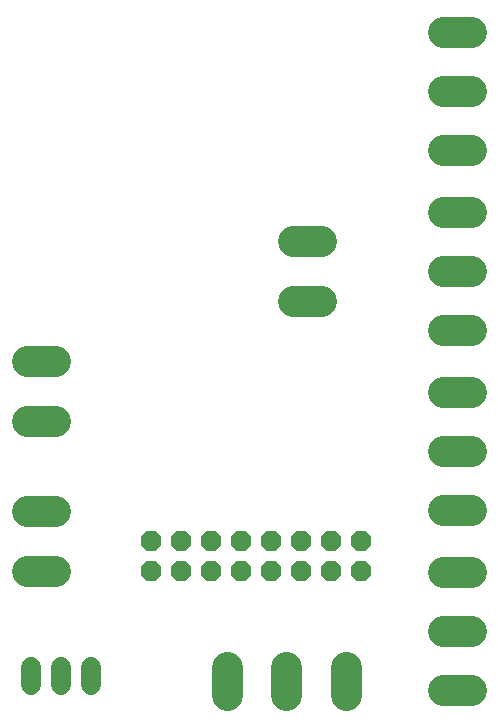
<source format=gts>
G75*
%MOIN*%
%OFA0B0*%
%FSLAX25Y25*%
%IPPOS*%
%LPD*%
%AMOC8*
5,1,8,0,0,1.08239X$1,22.5*
%
%ADD10C,0.10170*%
%ADD11OC8,0.06800*%
%ADD12C,0.06800*%
D10*
X0017213Y0058827D02*
X0026583Y0058827D01*
X0026583Y0078512D02*
X0017213Y0078512D01*
X0017213Y0108827D02*
X0026583Y0108827D01*
X0026583Y0128512D02*
X0017213Y0128512D01*
X0083984Y0026583D02*
X0083984Y0017213D01*
X0103669Y0017213D02*
X0103669Y0026583D01*
X0123354Y0026583D02*
X0123354Y0017213D01*
X0155756Y0018984D02*
X0165126Y0018984D01*
X0165126Y0038669D02*
X0155756Y0038669D01*
X0155756Y0058354D02*
X0165126Y0058354D01*
X0165126Y0078984D02*
X0155756Y0078984D01*
X0155756Y0098669D02*
X0165126Y0098669D01*
X0165126Y0118354D02*
X0155756Y0118354D01*
X0155756Y0138984D02*
X0165126Y0138984D01*
X0165126Y0158669D02*
X0155756Y0158669D01*
X0155756Y0178354D02*
X0165126Y0178354D01*
X0165126Y0198984D02*
X0155756Y0198984D01*
X0155756Y0218669D02*
X0165126Y0218669D01*
X0165126Y0238354D02*
X0155756Y0238354D01*
X0115126Y0168512D02*
X0105756Y0168512D01*
X0105756Y0148827D02*
X0115126Y0148827D01*
D11*
X0118669Y0068669D03*
X0118669Y0058669D03*
X0128669Y0058669D03*
X0128669Y0068669D03*
X0108669Y0068669D03*
X0108669Y0058669D03*
X0098669Y0058669D03*
X0098669Y0068669D03*
X0088669Y0068669D03*
X0088669Y0058669D03*
X0078669Y0058669D03*
X0078669Y0068669D03*
X0068669Y0068669D03*
X0068669Y0058669D03*
X0058669Y0058669D03*
X0058669Y0068669D03*
D12*
X0018669Y0026669D02*
X0018669Y0020669D01*
X0028669Y0020669D02*
X0028669Y0026669D01*
X0038669Y0026669D02*
X0038669Y0020669D01*
M02*

</source>
